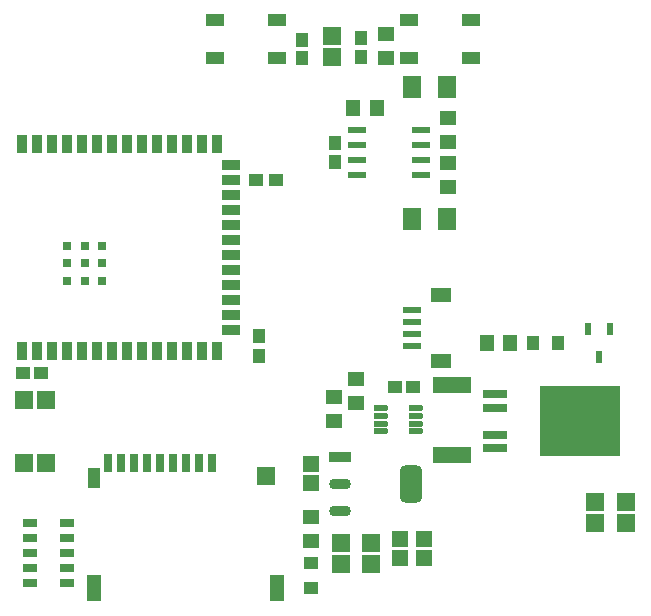
<source format=gtp>
G04*
G04 #@! TF.GenerationSoftware,Altium Limited,Altium Designer,24.8.2 (39)*
G04*
G04 Layer_Color=8421504*
%FSLAX25Y25*%
%MOIN*%
G70*
G04*
G04 #@! TF.SameCoordinates,AA557069-6426-4FA0-AAFB-6E3012F5CD7C*
G04*
G04*
G04 #@! TF.FilePolarity,Positive*
G04*
G01*
G75*
%ADD20R,0.06127X0.05924*%
%ADD21R,0.27165X0.23425*%
%ADD22R,0.08071X0.02953*%
%ADD23R,0.07087X0.04724*%
%ADD24R,0.06102X0.02362*%
%ADD25R,0.04553X0.04182*%
%ADD26R,0.04182X0.04553*%
%ADD27R,0.05924X0.06127*%
%ADD28R,0.03543X0.05906*%
%ADD29R,0.05906X0.03543*%
%ADD30R,0.02800X0.02800*%
%ADD31R,0.04953X0.03985*%
%ADD32R,0.06313X0.07505*%
%ADD33R,0.03985X0.04953*%
%ADD34R,0.07321X0.03434*%
G04:AMPARAMS|DCode=35|XSize=73.21mil|YSize=34.34mil|CornerRadius=17.17mil|HoleSize=0mil|Usage=FLASHONLY|Rotation=0.000|XOffset=0mil|YOffset=0mil|HoleType=Round|Shape=RoundedRectangle|*
%AMROUNDEDRECTD35*
21,1,0.07321,0.00000,0,0,0.0*
21,1,0.03888,0.03434,0,0,0.0*
1,1,0.03434,0.01944,0.00000*
1,1,0.03434,-0.01944,0.00000*
1,1,0.03434,-0.01944,0.00000*
1,1,0.03434,0.01944,0.00000*
%
%ADD35ROUNDEDRECTD35*%
G04:AMPARAMS|DCode=36|XSize=73.21mil|YSize=124.89mil|CornerRadius=17.21mil|HoleSize=0mil|Usage=FLASHONLY|Rotation=0.000|XOffset=0mil|YOffset=0mil|HoleType=Round|Shape=RoundedRectangle|*
%AMROUNDEDRECTD36*
21,1,0.07321,0.09048,0,0,0.0*
21,1,0.03880,0.12489,0,0,0.0*
1,1,0.03441,0.01940,-0.04524*
1,1,0.03441,-0.01940,-0.04524*
1,1,0.03441,-0.01940,0.04524*
1,1,0.03441,0.01940,0.04524*
%
%ADD36ROUNDEDRECTD36*%
%ADD37R,0.05756X0.04757*%
%ADD38R,0.04757X0.05756*%
%ADD39R,0.04724X0.02559*%
%ADD40R,0.02756X0.06299*%
%ADD41R,0.04724X0.08661*%
%ADD42R,0.04224X0.06587*%
%ADD43R,0.06299X0.05906*%
%ADD44R,0.05709X0.04724*%
%ADD45R,0.06102X0.03937*%
G04:AMPARAMS|DCode=46|XSize=17.72mil|YSize=47.24mil|CornerRadius=1.95mil|HoleSize=0mil|Usage=FLASHONLY|Rotation=270.000|XOffset=0mil|YOffset=0mil|HoleType=Round|Shape=RoundedRectangle|*
%AMROUNDEDRECTD46*
21,1,0.01772,0.04335,0,0,270.0*
21,1,0.01382,0.04724,0,0,270.0*
1,1,0.00390,-0.02167,-0.00691*
1,1,0.00390,-0.02167,0.00691*
1,1,0.00390,0.02167,0.00691*
1,1,0.00390,0.02167,-0.00691*
%
%ADD46ROUNDEDRECTD46*%
%ADD47R,0.05733X0.05525*%
%ADD48R,0.05118X0.04331*%
%ADD49R,0.13024X0.05333*%
%ADD50R,0.04331X0.05118*%
%ADD51R,0.02362X0.03937*%
D20*
X208000Y30954D02*
D03*
Y38046D02*
D03*
X110000Y186454D02*
D03*
Y193546D02*
D03*
X113000Y24546D02*
D03*
Y17454D02*
D03*
X123000Y24546D02*
D03*
Y17454D02*
D03*
X197500Y38046D02*
D03*
Y30954D02*
D03*
D21*
X192500Y65000D02*
D03*
D22*
X164154Y56024D02*
D03*
Y60512D02*
D03*
Y69488D02*
D03*
Y73976D02*
D03*
D23*
X146453Y84976D02*
D03*
Y107024D02*
D03*
D24*
X136512Y90095D02*
D03*
Y94032D02*
D03*
Y97969D02*
D03*
Y101906D02*
D03*
X118370Y157000D02*
D03*
Y162000D02*
D03*
Y152000D02*
D03*
Y147000D02*
D03*
X139630Y162000D02*
D03*
Y157000D02*
D03*
Y152000D02*
D03*
Y147000D02*
D03*
D25*
X91200Y145500D02*
D03*
X84500D02*
D03*
D26*
X85500Y86650D02*
D03*
Y93350D02*
D03*
D27*
X7454Y51000D02*
D03*
X14546D02*
D03*
X7454Y72000D02*
D03*
X14546D02*
D03*
D28*
X6480Y88551D02*
D03*
X11480D02*
D03*
X16480D02*
D03*
X21480D02*
D03*
X26480D02*
D03*
X31480D02*
D03*
X36480D02*
D03*
X41480D02*
D03*
X46480D02*
D03*
X51480D02*
D03*
X56480D02*
D03*
X61480D02*
D03*
X66480D02*
D03*
X71480D02*
D03*
Y157449D02*
D03*
X66480D02*
D03*
X61480D02*
D03*
X56480D02*
D03*
X51480D02*
D03*
X46480D02*
D03*
X41480D02*
D03*
X36480D02*
D03*
X31480D02*
D03*
X26480D02*
D03*
X21480D02*
D03*
X16480D02*
D03*
X11480D02*
D03*
X6480D02*
D03*
D29*
X76402Y95500D02*
D03*
Y100500D02*
D03*
Y105500D02*
D03*
Y110500D02*
D03*
Y115500D02*
D03*
Y120500D02*
D03*
Y125500D02*
D03*
Y130500D02*
D03*
Y135500D02*
D03*
Y140500D02*
D03*
Y145500D02*
D03*
Y150500D02*
D03*
D30*
X21638Y111740D02*
D03*
X27543D02*
D03*
X33449D02*
D03*
X27543Y117646D02*
D03*
X33449D02*
D03*
X21638Y123551D02*
D03*
X27543D02*
D03*
X33449D02*
D03*
X21638Y117646D02*
D03*
D31*
X130941Y76500D02*
D03*
X137059D02*
D03*
X6941Y81000D02*
D03*
X13059D02*
D03*
D32*
X148407Y132500D02*
D03*
X136593D02*
D03*
X136593Y176500D02*
D03*
X148407D02*
D03*
D33*
X100000Y185941D02*
D03*
Y192059D02*
D03*
X111000Y157559D02*
D03*
Y151441D02*
D03*
X119500Y186441D02*
D03*
Y192559D02*
D03*
D34*
X112782Y53055D02*
D03*
D35*
Y44000D02*
D03*
Y34945D02*
D03*
D36*
X136218Y44000D02*
D03*
D37*
X148500Y158055D02*
D03*
Y165945D02*
D03*
Y150945D02*
D03*
Y143055D02*
D03*
X103000Y25055D02*
D03*
Y32945D02*
D03*
D38*
X117055Y169500D02*
D03*
X124945D02*
D03*
X161555Y91000D02*
D03*
X169445D02*
D03*
D39*
X21602Y11000D02*
D03*
Y16000D02*
D03*
Y21000D02*
D03*
Y26000D02*
D03*
Y31000D02*
D03*
X9398Y11000D02*
D03*
Y16000D02*
D03*
Y21000D02*
D03*
Y26000D02*
D03*
Y31000D02*
D03*
D40*
X35213Y51012D02*
D03*
X39543D02*
D03*
X43874D02*
D03*
X52535D02*
D03*
X61197D02*
D03*
X65528D02*
D03*
X69858D02*
D03*
X56866D02*
D03*
X48205D02*
D03*
D41*
X30488Y9280D02*
D03*
X91512D02*
D03*
D42*
X30488Y45894D02*
D03*
D43*
X87969Y46878D02*
D03*
D44*
X128000Y186063D02*
D03*
Y193937D02*
D03*
X118000Y71063D02*
D03*
Y78937D02*
D03*
X110500Y65126D02*
D03*
Y73000D02*
D03*
D45*
X70831Y198598D02*
D03*
X91500Y186000D02*
D03*
Y198598D02*
D03*
X70831Y186000D02*
D03*
X156169D02*
D03*
X135500Y198598D02*
D03*
Y186000D02*
D03*
X156169Y198598D02*
D03*
D46*
X137807Y61661D02*
D03*
Y64220D02*
D03*
X126193Y69339D02*
D03*
Y66780D02*
D03*
Y64220D02*
D03*
Y61661D02*
D03*
X137807Y69339D02*
D03*
Y66780D02*
D03*
D47*
X103000Y44349D02*
D03*
Y50651D02*
D03*
X132500Y25651D02*
D03*
Y19349D02*
D03*
X140500Y25651D02*
D03*
Y19349D02*
D03*
D48*
X103000Y17634D02*
D03*
Y9366D02*
D03*
D49*
X150000Y53883D02*
D03*
Y77117D02*
D03*
D50*
X176866Y91000D02*
D03*
X185134D02*
D03*
D51*
X202740Y95724D02*
D03*
X195260D02*
D03*
X199000Y86276D02*
D03*
M02*

</source>
